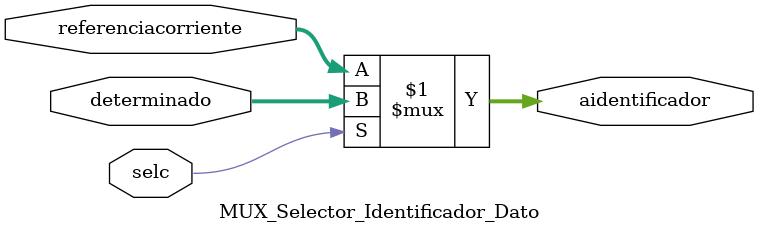
<source format=v>
`timescale 1ns / 1ps
module MUX_Selector_Identificador_Dato(input wire selc,input wire[9:0] determinado,referenciacorriente,output wire [9:0] aidentificador
    );
assign aidentificador= (selc)?determinado:referenciacorriente;
endmodule

</source>
